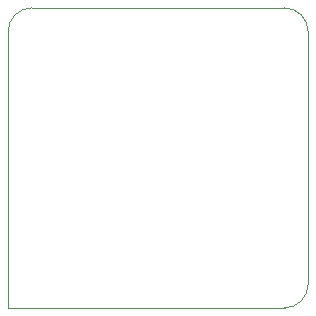
<source format=gm1>
G04 #@! TF.FileFunction,Profile,NP*
%FSLAX46Y46*%
G04 Gerber Fmt 4.6, Leading zero omitted, Abs format (unit mm)*
G04 Created by KiCad (PCBNEW 4.0.6) date Sat Aug 26 16:54:21 2017*
%MOMM*%
%LPD*%
G01*
G04 APERTURE LIST*
%ADD10C,0.100000*%
G04 APERTURE END LIST*
D10*
X123400000Y-100000000D02*
G75*
G03X125400000Y-98000000I0J2000000D01*
G01*
X125400000Y-76600000D02*
G75*
G03X123400000Y-74600000I-2000000J0D01*
G01*
X102000000Y-74600000D02*
G75*
G03X100000000Y-76600000I0J-2000000D01*
G01*
X100000000Y-76600000D02*
X100000000Y-100000000D01*
X123400000Y-74600000D02*
X102000000Y-74600000D01*
X125400000Y-98000000D02*
X125400000Y-76600000D01*
X100000000Y-100000000D02*
X123400000Y-100000000D01*
M02*

</source>
